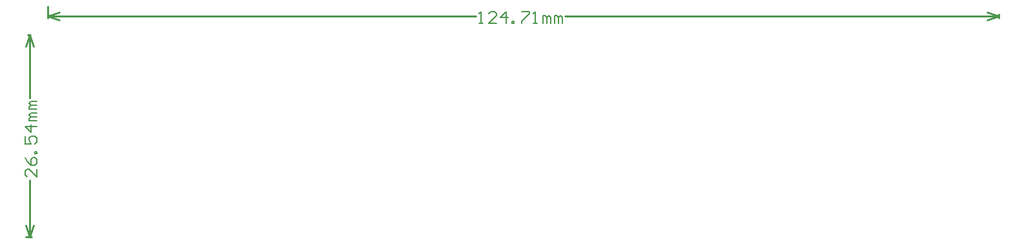
<source format=gm1>
G04*
G04 #@! TF.GenerationSoftware,Altium Limited,Altium Designer,18.1.9 (240)*
G04*
G04 Layer_Color=16711935*
%FSLAX24Y24*%
%MOIN*%
G70*
G01*
G75*
%ADD10C,0.0100*%
%ADD13C,0.0060*%
D10*
X17250Y34850D02*
X17850Y35050D01*
X17250Y34850D02*
X17850Y34650D01*
X65750D02*
X66350Y34850D01*
X65750Y35050D02*
X66350Y34850D01*
X17250D02*
X39331D01*
X43949D02*
X66350D01*
X17250Y34750D02*
Y35350D01*
X66350Y34750D02*
Y34950D01*
X16100Y24050D02*
X16300Y23450D01*
X16500Y24050D01*
X16300Y33900D02*
X16500Y33300D01*
X16100D02*
X16300Y33900D01*
Y23450D02*
Y26406D01*
Y30624D02*
Y33900D01*
X16100Y23450D02*
X16400D01*
X16200Y33900D02*
X16350D01*
D13*
X39491Y34490D02*
X39691D01*
X39591D01*
Y35090D01*
X39491Y34990D01*
X40390Y34490D02*
X39991D01*
X40390Y34890D01*
Y34990D01*
X40290Y35090D01*
X40090D01*
X39991Y34990D01*
X40890Y34490D02*
Y35090D01*
X40590Y34790D01*
X40990D01*
X41190Y34490D02*
Y34590D01*
X41290D01*
Y34490D01*
X41190D01*
X41690Y35090D02*
X42090D01*
Y34990D01*
X41690Y34590D01*
Y34490D01*
X42290D02*
X42490D01*
X42390D01*
Y35090D01*
X42290Y34990D01*
X42790Y34490D02*
Y34890D01*
X42890D01*
X42990Y34790D01*
Y34490D01*
Y34790D01*
X43090Y34890D01*
X43190Y34790D01*
Y34490D01*
X43389D02*
Y34890D01*
X43489D01*
X43589Y34790D01*
Y34490D01*
Y34790D01*
X43689Y34890D01*
X43789Y34790D01*
Y34490D01*
X16660Y26965D02*
Y26566D01*
X16260Y26965D01*
X16160D01*
X16060Y26866D01*
Y26666D01*
X16160Y26566D01*
X16060Y27565D02*
X16160Y27365D01*
X16360Y27165D01*
X16560D01*
X16660Y27265D01*
Y27465D01*
X16560Y27565D01*
X16460D01*
X16360Y27465D01*
Y27165D01*
X16660Y27765D02*
X16560D01*
Y27865D01*
X16660D01*
Y27765D01*
X16060Y28665D02*
Y28265D01*
X16360D01*
X16260Y28465D01*
Y28565D01*
X16360Y28665D01*
X16560D01*
X16660Y28565D01*
Y28365D01*
X16560Y28265D01*
X16660Y29165D02*
X16060D01*
X16360Y28865D01*
Y29265D01*
X16660Y29465D02*
X16260D01*
Y29565D01*
X16360Y29665D01*
X16660D01*
X16360D01*
X16260Y29765D01*
X16360Y29865D01*
X16660D01*
Y30064D02*
X16260D01*
Y30164D01*
X16360Y30264D01*
X16660D01*
X16360D01*
X16260Y30364D01*
X16360Y30464D01*
X16660D01*
M02*

</source>
